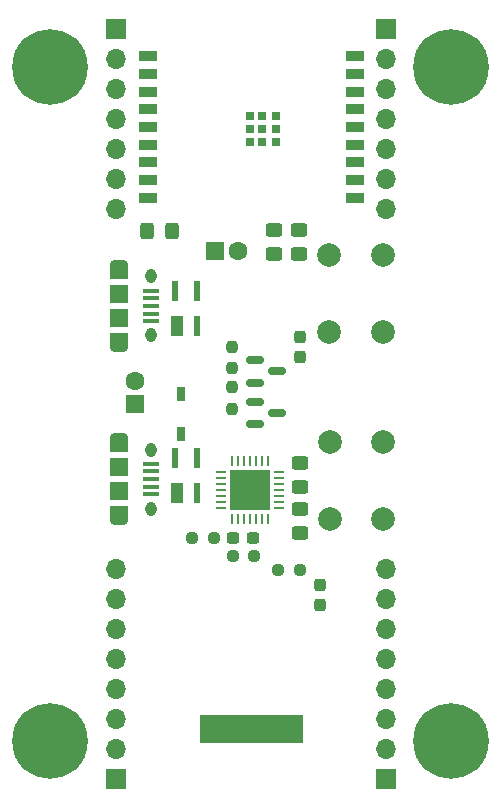
<source format=gts>
%TF.GenerationSoftware,KiCad,Pcbnew,(6.0.8)*%
%TF.CreationDate,2023-01-13T13:27:25+01:00*%
%TF.ProjectId,NB-IoT_PCB_rev_1_1,4e422d49-6f54-45f5-9043-425f7265765f,rev?*%
%TF.SameCoordinates,Original*%
%TF.FileFunction,Soldermask,Top*%
%TF.FilePolarity,Negative*%
%FSLAX46Y46*%
G04 Gerber Fmt 4.6, Leading zero omitted, Abs format (unit mm)*
G04 Created by KiCad (PCBNEW (6.0.8)) date 2023-01-13 13:27:25*
%MOMM*%
%LPD*%
G01*
G04 APERTURE LIST*
G04 Aperture macros list*
%AMRoundRect*
0 Rectangle with rounded corners*
0 $1 Rounding radius*
0 $2 $3 $4 $5 $6 $7 $8 $9 X,Y pos of 4 corners*
0 Add a 4 corners polygon primitive as box body*
4,1,4,$2,$3,$4,$5,$6,$7,$8,$9,$2,$3,0*
0 Add four circle primitives for the rounded corners*
1,1,$1+$1,$2,$3*
1,1,$1+$1,$4,$5*
1,1,$1+$1,$6,$7*
1,1,$1+$1,$8,$9*
0 Add four rect primitives between the rounded corners*
20,1,$1+$1,$2,$3,$4,$5,0*
20,1,$1+$1,$4,$5,$6,$7,0*
20,1,$1+$1,$6,$7,$8,$9,0*
20,1,$1+$1,$8,$9,$2,$3,0*%
G04 Aperture macros list end*
%ADD10C,0.800000*%
%ADD11C,6.400000*%
%ADD12R,1.700000X1.700000*%
%ADD13O,1.700000X1.700000*%
%ADD14O,0.950000X1.250000*%
%ADD15R,1.550000X1.200000*%
%ADD16R,1.550000X1.500000*%
%ADD17O,1.550000X0.890000*%
%ADD18R,1.350000X0.400000*%
%ADD19R,1.600000X1.600000*%
%ADD20C,1.600000*%
%ADD21RoundRect,0.250000X-0.450000X0.325000X-0.450000X-0.325000X0.450000X-0.325000X0.450000X0.325000X0*%
%ADD22RoundRect,0.250000X0.325000X0.450000X-0.325000X0.450000X-0.325000X-0.450000X0.325000X-0.450000X0*%
%ADD23RoundRect,0.150000X-0.587500X-0.150000X0.587500X-0.150000X0.587500X0.150000X-0.587500X0.150000X0*%
%ADD24RoundRect,0.237500X-0.237500X0.250000X-0.237500X-0.250000X0.237500X-0.250000X0.237500X0.250000X0*%
%ADD25RoundRect,0.237500X-0.237500X0.300000X-0.237500X-0.300000X0.237500X-0.300000X0.237500X0.300000X0*%
%ADD26RoundRect,0.237500X-0.250000X-0.237500X0.250000X-0.237500X0.250000X0.237500X-0.250000X0.237500X0*%
%ADD27R,3.350000X3.350000*%
%ADD28RoundRect,0.062500X-0.062500X-0.337500X0.062500X-0.337500X0.062500X0.337500X-0.062500X0.337500X0*%
%ADD29RoundRect,0.062500X-0.337500X-0.062500X0.337500X-0.062500X0.337500X0.062500X-0.337500X0.062500X0*%
%ADD30RoundRect,0.237500X0.250000X0.237500X-0.250000X0.237500X-0.250000X-0.237500X0.250000X-0.237500X0*%
%ADD31RoundRect,0.237500X0.237500X-0.300000X0.237500X0.300000X-0.237500X0.300000X-0.237500X-0.300000X0*%
%ADD32RoundRect,0.250000X0.450000X-0.325000X0.450000X0.325000X-0.450000X0.325000X-0.450000X-0.325000X0*%
%ADD33R,0.730000X1.210000*%
%ADD34C,2.000000*%
%ADD35R,1.500000X0.900000*%
%ADD36R,0.700000X0.700000*%
%ADD37RoundRect,0.237500X0.300000X0.237500X-0.300000X0.237500X-0.300000X-0.237500X0.300000X-0.237500X0*%
%ADD38R,1.000000X1.700000*%
%ADD39R,0.600000X1.700000*%
%ADD40RoundRect,0.237500X0.237500X-0.250000X0.237500X0.250000X-0.237500X0.250000X-0.237500X-0.250000X0*%
G04 APERTURE END LIST*
D10*
%TO.C,H4*%
X128600000Y-111150000D03*
X130297056Y-115247056D03*
X130297056Y-111852944D03*
X131000000Y-113550000D03*
D11*
X128600000Y-113550000D03*
D10*
X128600000Y-115950000D03*
X126902944Y-111852944D03*
X126902944Y-115247056D03*
X126200000Y-113550000D03*
%TD*%
%TO.C,H3*%
X92200000Y-113550000D03*
X92902944Y-115247056D03*
X92902944Y-111852944D03*
X94600000Y-115950000D03*
D11*
X94600000Y-113550000D03*
D10*
X97000000Y-113550000D03*
X96297056Y-111852944D03*
X96297056Y-115247056D03*
X94600000Y-111150000D03*
%TD*%
%TO.C,H2*%
X94600000Y-168200000D03*
X96297056Y-172297056D03*
X96297056Y-168902944D03*
X97000000Y-170600000D03*
D11*
X94600000Y-170600000D03*
D10*
X94600000Y-173000000D03*
X92902944Y-168902944D03*
X92902944Y-172297056D03*
X92200000Y-170600000D03*
%TD*%
%TO.C,H1*%
X126200000Y-170600000D03*
X126902944Y-172297056D03*
X126902944Y-168902944D03*
X128600000Y-173000000D03*
D11*
X128600000Y-170600000D03*
D10*
X131000000Y-170600000D03*
X130297056Y-168902944D03*
X130297056Y-172297056D03*
X128600000Y-168200000D03*
%TD*%
D12*
%TO.C,J8*%
X100240000Y-110334000D03*
D13*
X100240000Y-112874000D03*
X100240000Y-115414000D03*
X100240000Y-117954000D03*
X100240000Y-120494000D03*
X100240000Y-123034000D03*
X100240000Y-125574000D03*
%TD*%
D12*
%TO.C,J7*%
X123100000Y-110334000D03*
D13*
X123100000Y-112874000D03*
X123100000Y-115414000D03*
X123100000Y-117954000D03*
X123100000Y-120494000D03*
X123100000Y-123034000D03*
X123100000Y-125574000D03*
%TD*%
D14*
%TO.C,J2*%
X103152400Y-150963000D03*
D15*
X100452400Y-151363000D03*
D16*
X100452400Y-149463000D03*
D17*
X100452400Y-144963000D03*
D15*
X100452400Y-145563000D03*
D17*
X100452400Y-151963000D03*
D14*
X103152400Y-145963000D03*
D16*
X100452400Y-147463000D03*
D18*
X103152400Y-149763000D03*
X103152400Y-149113000D03*
X103152400Y-148463000D03*
X103152400Y-147813000D03*
X103152400Y-147163000D03*
%TD*%
D19*
%TO.C,C5*%
X108569688Y-129184400D03*
D20*
X110569688Y-129184400D03*
%TD*%
D21*
%TO.C,LED1*%
X113588800Y-127397400D03*
X113588800Y-129447400D03*
%TD*%
D22*
%TO.C,D8*%
X104911000Y-127457200D03*
X102861000Y-127457200D03*
%TD*%
D23*
%TO.C,Q1*%
X111990900Y-138394400D03*
X111990900Y-140294400D03*
X113865900Y-139344400D03*
%TD*%
D24*
%TO.C,R11*%
X110032800Y-140667100D03*
X110032800Y-142492100D03*
%TD*%
D12*
%TO.C,J3*%
X123100000Y-173834000D03*
D13*
X123100000Y-171294000D03*
X123100000Y-168754000D03*
X123100000Y-166214000D03*
X123100000Y-163674000D03*
X123100000Y-161134000D03*
X123100000Y-158594000D03*
X123100000Y-156054000D03*
%TD*%
D21*
%TO.C,D7*%
X115773200Y-150968600D03*
X115773200Y-153018600D03*
%TD*%
D25*
%TO.C,C13*%
X115824000Y-136399100D03*
X115824000Y-138124100D03*
%TD*%
D26*
%TO.C,R8*%
X113946300Y-156159200D03*
X115771300Y-156159200D03*
%TD*%
D27*
%TO.C,U1*%
X111559200Y-149402800D03*
D28*
X110059200Y-146952800D03*
X110559200Y-146952800D03*
X111059200Y-146952800D03*
X111559200Y-146952800D03*
X112059200Y-146952800D03*
X112559200Y-146952800D03*
X113059200Y-146952800D03*
D29*
X114009200Y-147902800D03*
X114009200Y-148402800D03*
X114009200Y-148902800D03*
X114009200Y-149402800D03*
X114009200Y-149902800D03*
X114009200Y-150402800D03*
X114009200Y-150902800D03*
D28*
X113059200Y-151852800D03*
X112559200Y-151852800D03*
X112059200Y-151852800D03*
X111559200Y-151852800D03*
X111059200Y-151852800D03*
X110559200Y-151852800D03*
X110059200Y-151852800D03*
D29*
X109109200Y-150902800D03*
X109109200Y-150402800D03*
X109109200Y-149902800D03*
X109109200Y-149402800D03*
X109109200Y-148902800D03*
X109109200Y-148402800D03*
X109109200Y-147902800D03*
%TD*%
D21*
%TO.C,LED2*%
X115671600Y-127397400D03*
X115671600Y-129447400D03*
%TD*%
D23*
%TO.C,Q2*%
X111990900Y-141899600D03*
X111990900Y-143799600D03*
X113865900Y-142849600D03*
%TD*%
D30*
%TO.C,R1*%
X108506900Y-153466800D03*
X106681900Y-153466800D03*
%TD*%
D31*
%TO.C,C14*%
X117449600Y-159155300D03*
X117449600Y-157430300D03*
%TD*%
D32*
%TO.C,D6*%
X115773200Y-149157800D03*
X115773200Y-147107800D03*
%TD*%
D33*
%TO.C,D1*%
X105714800Y-144646400D03*
X105714800Y-141286400D03*
%TD*%
D19*
%TO.C,C3*%
X101803200Y-142128313D03*
D20*
X101803200Y-140128313D03*
%TD*%
D34*
%TO.C,RST1*%
X122777600Y-135994000D03*
X122777600Y-129494000D03*
X118277600Y-129494000D03*
X118277600Y-135994000D03*
%TD*%
D35*
%TO.C,U3*%
X102920000Y-112661000D03*
X102920000Y-114161000D03*
X102920000Y-115661000D03*
X102920000Y-117161000D03*
X102920000Y-118661000D03*
X102920000Y-120161000D03*
X102920000Y-121661000D03*
X102920000Y-123161000D03*
X102920000Y-124661000D03*
X120420000Y-124661000D03*
X120420000Y-123161000D03*
X120420000Y-121661000D03*
X120420000Y-120161000D03*
X120420000Y-118661000D03*
X120420000Y-117161000D03*
X120420000Y-115661000D03*
X120420000Y-114161000D03*
X120420000Y-112661000D03*
D36*
X111530000Y-119961000D03*
X113730000Y-119961000D03*
X113730000Y-118861000D03*
X111530000Y-118861000D03*
X113730000Y-117761000D03*
X112580000Y-119961000D03*
X112580000Y-117761000D03*
X111530000Y-117761000D03*
X112580000Y-118861000D03*
%TD*%
D34*
%TO.C,BOOT1*%
X122798400Y-145340000D03*
X122798400Y-151840000D03*
X118298400Y-151840000D03*
X118298400Y-145340000D03*
%TD*%
D12*
%TO.C,J6*%
X100240000Y-173834000D03*
D13*
X100240000Y-171294000D03*
X100240000Y-168754000D03*
X100240000Y-166214000D03*
X100240000Y-163674000D03*
X100240000Y-161134000D03*
X100240000Y-158594000D03*
X100240000Y-156054000D03*
%TD*%
D37*
%TO.C,C4*%
X111809700Y-153466800D03*
X110084700Y-153466800D03*
%TD*%
D38*
%TO.C,D4*%
X105371200Y-135510400D03*
D39*
X107071200Y-135510400D03*
X107071200Y-132510400D03*
X105171200Y-132510400D03*
%TD*%
D38*
%TO.C,D5*%
X105371200Y-149683600D03*
D39*
X107071200Y-149683600D03*
X107071200Y-146683600D03*
X105171200Y-146683600D03*
%TD*%
D14*
%TO.C,J1*%
X103152400Y-131307200D03*
D15*
X100452400Y-130907200D03*
D16*
X100452400Y-134807200D03*
D14*
X103152400Y-136307200D03*
D17*
X100452400Y-137307200D03*
D16*
X100452400Y-132807200D03*
D17*
X100452400Y-130307200D03*
D15*
X100452400Y-136707200D03*
D18*
X103152400Y-135107200D03*
X103152400Y-134457200D03*
X103152400Y-133807200D03*
X103152400Y-133157200D03*
X103152400Y-132507200D03*
%TD*%
D30*
%TO.C,R2*%
X111910500Y-154990800D03*
X110085500Y-154990800D03*
%TD*%
D40*
%TO.C,R10*%
X110032800Y-139088500D03*
X110032800Y-137263500D03*
%TD*%
G36*
X116020121Y-168422002D02*
G01*
X116066614Y-168475658D01*
X116078000Y-168528000D01*
X116078000Y-170689000D01*
X116057998Y-170757121D01*
X116004342Y-170803614D01*
X115952000Y-170815000D01*
X107441000Y-170815000D01*
X107372879Y-170794998D01*
X107326386Y-170741342D01*
X107315000Y-170689000D01*
X107315000Y-168528000D01*
X107335002Y-168459879D01*
X107388658Y-168413386D01*
X107441000Y-168402000D01*
X115952000Y-168402000D01*
X116020121Y-168422002D01*
G37*
M02*

</source>
